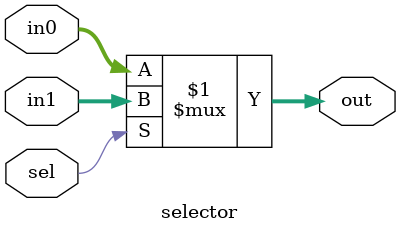
<source format=v>
module selector (in0, in1, sel, out);
	input[7:0] in0, in1;
	input sel;
	output[7:0] out;

		assign out = (sel)? in1:in0;
endmodule

</source>
